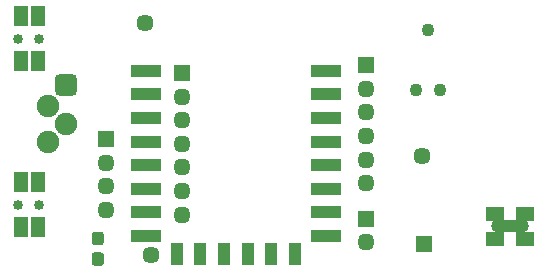
<source format=gbr>
%TF.GenerationSoftware,KiCad,Pcbnew,(5.1.6-0-10_14)*%
%TF.CreationDate,2020-10-08T00:08:50+03:00*%
%TF.ProjectId,ikea-fyrtur,696b6561-2d66-4797-9274-75722e6b6963,rev?*%
%TF.SameCoordinates,Original*%
%TF.FileFunction,Soldermask,Top*%
%TF.FilePolarity,Negative*%
%FSLAX46Y46*%
G04 Gerber Fmt 4.6, Leading zero omitted, Abs format (unit mm)*
G04 Created by KiCad (PCBNEW (5.1.6-0-10_14)) date 2020-10-08 00:08:50*
%MOMM*%
%LPD*%
G01*
G04 APERTURE LIST*
%ADD10C,0.850000*%
%ADD11R,1.150000X1.700000*%
%ADD12O,3.200000X1.100000*%
%ADD13R,1.600000X1.200000*%
%ADD14C,1.900000*%
%ADD15C,1.452000*%
%ADD16R,1.450000X1.450000*%
%ADD17O,1.450000X1.450000*%
%ADD18C,1.090600*%
%ADD19R,2.600000X1.100000*%
%ADD20R,1.100000X1.900000*%
G04 APERTURE END LIST*
D10*
%TO.C,SW4*%
X90890500Y-78295500D03*
X92646500Y-78295500D03*
D11*
X91122500Y-76390500D03*
X91122500Y-80200500D03*
X92583000Y-80200500D03*
X92583000Y-76390500D03*
%TD*%
D10*
%TO.C,SW3*%
X90890500Y-92329000D03*
X92646500Y-92329000D03*
D11*
X91122500Y-90424000D03*
X91122500Y-94234000D03*
X92583000Y-94234000D03*
X92583000Y-90424000D03*
%TD*%
D12*
%TO.C,J2*%
X132524500Y-94170500D03*
D13*
X133794500Y-95250000D03*
X133794500Y-93091000D03*
X131254500Y-95250000D03*
X131254500Y-93091000D03*
%TD*%
%TO.C,D1*%
G36*
G01*
X94470200Y-81244400D02*
X95420200Y-81244400D01*
G75*
G02*
X95895200Y-81719400I0J-475000D01*
G01*
X95895200Y-82669400D01*
G75*
G02*
X95420200Y-83144400I-475000J0D01*
G01*
X94470200Y-83144400D01*
G75*
G02*
X93995200Y-82669400I0J475000D01*
G01*
X93995200Y-81719400D01*
G75*
G02*
X94470200Y-81244400I475000J0D01*
G01*
G37*
D14*
X93421200Y-83972400D03*
X94945200Y-85496400D03*
X93421200Y-87020400D03*
%TD*%
D15*
%TO.C,REF\u002A\u002A*%
X102108000Y-96570800D03*
%TD*%
%TO.C,REF\u002A\u002A*%
X101600000Y-76911200D03*
%TD*%
%TO.C,REF\u002A\u002A*%
X125069600Y-88188800D03*
%TD*%
D16*
%TO.C,J8*%
X125222000Y-95656400D03*
%TD*%
D17*
%TO.C,J6*%
X98348800Y-92766400D03*
X98348800Y-90766400D03*
X98348800Y-88766400D03*
D16*
X98348800Y-86766400D03*
%TD*%
D17*
%TO.C,J5*%
X120345200Y-95522800D03*
D16*
X120345200Y-93522800D03*
%TD*%
D17*
%TO.C,J4*%
X120345200Y-90518000D03*
X120345200Y-88518000D03*
X120345200Y-86518000D03*
X120345200Y-84518000D03*
X120345200Y-82518000D03*
D16*
X120345200Y-80518000D03*
%TD*%
D18*
%TO.C,J3*%
X125628400Y-77520800D03*
X126644400Y-82600800D03*
X124612400Y-82600800D03*
%TD*%
%TO.C,C4*%
G36*
G01*
X97375100Y-96362800D02*
X97900100Y-96362800D01*
G75*
G02*
X98162600Y-96625300I0J-262500D01*
G01*
X98162600Y-97250300D01*
G75*
G02*
X97900100Y-97512800I-262500J0D01*
G01*
X97375100Y-97512800D01*
G75*
G02*
X97112600Y-97250300I0J262500D01*
G01*
X97112600Y-96625300D01*
G75*
G02*
X97375100Y-96362800I262500J0D01*
G01*
G37*
G36*
G01*
X97375100Y-94612800D02*
X97900100Y-94612800D01*
G75*
G02*
X98162600Y-94875300I0J-262500D01*
G01*
X98162600Y-95500300D01*
G75*
G02*
X97900100Y-95762800I-262500J0D01*
G01*
X97375100Y-95762800D01*
G75*
G02*
X97112600Y-95500300I0J262500D01*
G01*
X97112600Y-94875300D01*
G75*
G02*
X97375100Y-94612800I262500J0D01*
G01*
G37*
%TD*%
D17*
%TO.C,J1*%
X104749600Y-93178400D03*
X104749600Y-91178400D03*
X104749600Y-89178400D03*
X104749600Y-87178400D03*
X104749600Y-85178400D03*
X104749600Y-83178400D03*
D16*
X104749600Y-81178400D03*
%TD*%
D19*
%TO.C,U2*%
X116921600Y-80980400D03*
X116921600Y-82980400D03*
X116921600Y-84980400D03*
X116921600Y-86980400D03*
X116921600Y-88980400D03*
X116921600Y-90980400D03*
X116921600Y-92980400D03*
X116921600Y-94980400D03*
D20*
X114321600Y-96480400D03*
X112321600Y-96480400D03*
X110321600Y-96480400D03*
X108321600Y-96480400D03*
X106321600Y-96480400D03*
X104321600Y-96480400D03*
D19*
X101721600Y-94980400D03*
X101721600Y-92980400D03*
X101721600Y-90980400D03*
X101721600Y-88980400D03*
X101721600Y-86980400D03*
X101721600Y-84980400D03*
X101721600Y-82980400D03*
X101721600Y-80980400D03*
%TD*%
M02*

</source>
